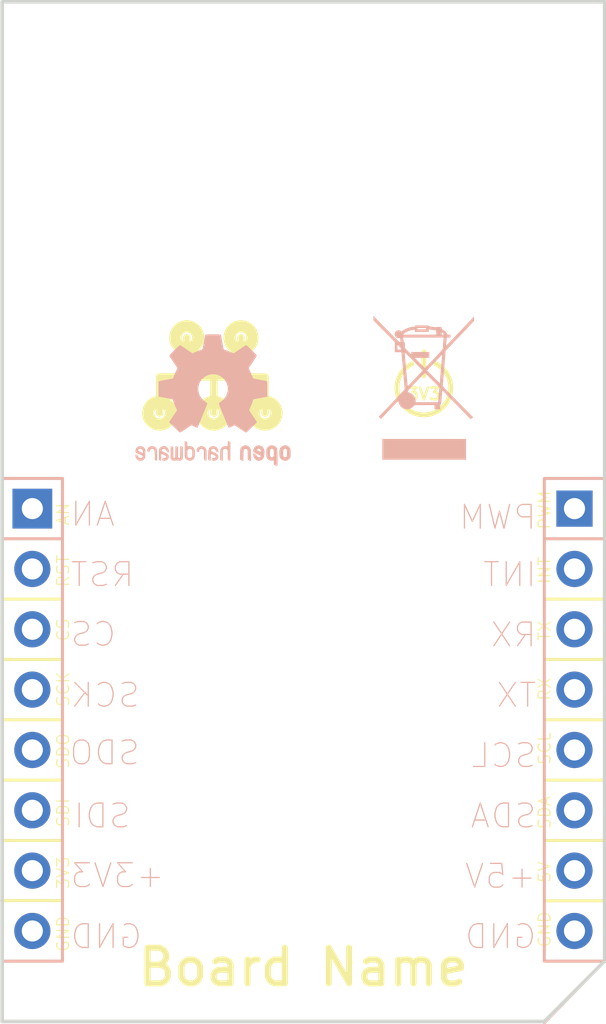
<source format=kicad_pcb>
(kicad_pcb (version 20240108) (generator "pcbnew") (generator_version "8.0")
  (layers (0 "F.Cu" signal) (31 "B.Cu" signal) (34 "B.Paste" user) (35 "F.Paste" user) (36 "B.SilkS" user "B.Silkscreen") (37 "F.SilkS" user "F.Silkscreen") (38 "B.Mask" user) (39 "F.Mask" user) (44 "Edge.Cuts" user))
  (net 0 "")
  (net 1 "Net-(CON101-PadP3)")
  (net 2 "Net-(CON101-PadP4)")
  (net 3 "Net-(CON101-PadP5)")
  (net 4 "Net-(CON101-PadP6)")
  (net 5 "+3V3")
  (net 6 "GND")
  (net 7 "+5V")
  (net 8 "Net-(CON101-PadP11)")
  (net 9 "Net-(CON101-PadP12)")
  (net 10 "Net-(CON101-PadP13)")
  (net 11 "Net-(CON101-PadP14)")
  (net 12 "Net-(CON101-PadP1)")
  (net 13 "Net-(CON101-PadP2)")
  (net 14 "Net-(CON101-PadP15)")
  (net 15 "Net-(CON101-PadP16)")
  (footprint "mikroBUS:MIKROBUS_MODULE_CONN" (layer "F.Cu") (at 147.066 98.552)
    (property "Reference" "CON101")
    (property "Value" "MIKROBUS_MODULE_CONN" (hide yes))
    (fp_line (start -1.27 -1.27) (end -1.27 1.27) (stroke (width 0.127)) (layer "B.SilkS"))
    (fp_line (start -1.27 1.27) (end -1.27 19.05) (stroke (width 0.127)) (layer "B.SilkS"))
    (fp_line (start -1.27 1.27) (end 1.27 1.27) (stroke (width 0.127)) (layer "B.SilkS"))
    (fp_line (start -1.27 19.05) (end 1.27 19.05) (stroke (width 0.127)) (layer "B.SilkS"))
    (fp_line (start 1.27 -1.27) (end -1.27 -1.27) (stroke (width 0.127)) (layer "B.SilkS"))
    (fp_line (start 1.27 1.27) (end 1.27 -1.27) (stroke (width 0.127)) (layer "B.SilkS"))
    (fp_line (start 1.27 19.05) (end 1.27 1.27) (stroke (width 0.127)) (layer "B.SilkS"))
    (fp_line (start 21.59 -1.27) (end 21.59 1.27) (stroke (width 0.127)) (layer "B.SilkS"))
    (fp_line (start 21.59 -1.27) (end 24.13 -1.27) (stroke (width 0.127)) (layer "B.SilkS"))
    (fp_line (start 21.59 1.27) (end 21.59 19.05) (stroke (width 0.127)) (layer "B.SilkS"))
    (fp_line (start 21.59 1.27) (end 24.13 1.27) (stroke (width 0.127)) (layer "B.SilkS"))
    (fp_line (start 21.59 19.05) (end 24.13 19.05) (stroke (width 0.127)) (layer "B.SilkS"))
    (fp_line (start 24.13 -1.27) (end 24.13 19.05) (stroke (width 0.127)) (layer "B.SilkS"))
    (fp_line (start 24.13 19.05) (end 21.59 21.64) (stroke (width 0.127)) (layer "B.SilkS"))
    (fp_line (start -1.3 16.5) (end 1.24 16.5) (stroke (width 0.127)) (layer "F.SilkS"))
    (fp_line (start -1.27 1.27) (end 1.27 1.27) (stroke (width 0.127)) (layer "F.SilkS"))
    (fp_line (start -1.27 3.81) (end 1.27 3.81) (stroke (width 0.127)) (layer "F.SilkS"))
    (fp_line (start -1.27 6.35) (end 1.27 6.35) (stroke (width 0.127)) (layer "F.SilkS"))
    (fp_line (start -1.27 8.89) (end 1.27 8.89) (stroke (width 0.127)) (layer "F.SilkS"))
    (fp_line (start -1.27 11.43) (end 1.27 11.43) (stroke (width 0.127)) (layer "F.SilkS"))
    (fp_line (start -1.27 13.97) (end 1.27 13.97) (stroke (width 0.127)) (layer "F.SilkS"))
    (fp_line (start 21.59 1.27) (end 24.13 1.27) (stroke (width 0.127)) (layer "F.SilkS"))
    (fp_line (start 21.59 3.81) (end 24.13 3.81) (stroke (width 0.127)) (layer "F.SilkS"))
    (fp_line (start 21.59 6.35) (end 24.13 6.35) (stroke (width 0.127)) (layer "F.SilkS"))
    (fp_line (start 21.59 8.89) (end 24.13 8.89) (stroke (width 0.127)) (layer "F.SilkS"))
    (fp_line (start 21.59 11.43) (end 24.13 11.43) (stroke (width 0.127)) (layer "F.SilkS"))
    (fp_line (start 21.59 13.97) (end 24.13 13.97) (stroke (width 0.127)) (layer "F.SilkS"))
    (fp_line (start 21.59 16.51) (end 24.13 16.51) (stroke (width 0.127)) (layer "F.SilkS"))
    (fp_text user "+3V3" (at 3.59581 15.4496 0) (layer "B.SilkS") (effects (font (thickness 0.05)) (justify mirror)))
    (fp_text user "RST" (at 2.952953 2.775 0) (layer "B.SilkS") (effects (font (thickness 0.05)) (justify mirror)))
    (fp_text user "+5V" (at 19.743847 15.475 0) (layer "B.SilkS") (effects (font (thickness 0.05)) (justify mirror)))
    (fp_text user "RX" (at 20.291466 5.315 0) (layer "B.SilkS") (effects (font (thickness 0.05)) (justify mirror)))
    (fp_text user "GND" (at 19.743847 18.015 0) (layer "B.SilkS") (effects (font (thickness 0.05)) (justify mirror)))
    (fp_text user "PWM" (at 19.6248 0.362 0) (layer "B.SilkS") (effects (font (thickness 0.05)) (justify mirror)))
    (fp_text user "SCL" (at 19.886704 10.395 0) (layer "B.SilkS") (effects (font (thickness 0.05)) (justify mirror)))
    (fp_text user "SDA" (at 19.862895 12.935 0) (layer "B.SilkS") (effects (font (thickness 0.05)) (justify mirror)))
    (fp_text user "SCK" (at 3.072 7.855 0) (layer "B.SilkS") (effects (font (thickness 0.05)) (justify mirror)))
    (fp_text user "TX" (at 20.410514 7.855 0) (layer "B.SilkS") (effects (font (thickness 0.05)) (justify mirror)))
    (fp_text user "SDI" (at 2.95 12.935 0) (layer "B.SilkS") (effects (font (thickness 0.05)) (justify mirror)))
    (fp_text user "INT" (at 20.1248 2.775 0) (layer "B.SilkS") (effects (font (thickness 0.05)) (justify mirror)))
    (fp_text user "CS" (at 2.572 5.2896 0) (layer "B.SilkS") (effects (font (thickness 0.05)) (justify mirror)))
    (fp_text user "GND" (at 3.119619 18.015 0) (layer "B.SilkS") (effects (font (thickness 0.05)) (justify mirror)))
    (fp_text user "SDO" (at 3.05 10.28 0) (layer "B.SilkS") (effects (font (thickness 0.05)) (justify mirror)))
    (fp_text user "AN" (at 2.548191 0.235 0) (layer "B.SilkS") (effects (font (thickness 0.05)) (justify mirror)))
    (fp_text user "SDA" (at 21.597534 12.8 90) (layer "F.SilkS") (effects (font (size 0.5 0.5) (thickness 0.05))))
    (fp_text user "5V" (at 21.597534 15.3 90) (layer "F.SilkS") (effects (font (size 0.5 0.5) (thickness 0.05))))
    (fp_text user "SCL" (at 21.597534 10.1 90) (layer "F.SilkS") (effects (font (size 0.5 0.5) (thickness 0.05))))
    (fp_text user "INT" (at 21.597534 2.6 90) (layer "F.SilkS") (effects (font (size 0.5 0.5) (thickness 0.05))))
    (fp_text user "3V3" (at 1.3 15.328737 90) (layer "F.SilkS") (effects (font (size 0.5 0.5) (thickness 0.05))))
    (fp_text user "GND" (at 1.3 17.9 90) (layer "F.SilkS") (effects (font (size 0.5 0.5) (thickness 0.05))))
    (fp_text user "PWM" (at 21.597534 0.062 90) (layer "F.SilkS") (effects (font (size 0.5 0.5) (thickness 0.05))))
    (fp_text user "TX" (at 21.597534 5.141427 90) (layer "F.SilkS") (effects (font (size 0.5 0.5) (thickness 0.05))))
    (fp_text user "SDI" (at 1.3 12.797241 90) (layer "F.SilkS") (effects (font (size 0.5 0.5) (thickness 0.05))))
    (fp_text user "SDO" (at 1.3 10.206221 90) (layer "F.SilkS") (effects (font (size 0.5 0.5) (thickness 0.05))))
    (fp_text user "SCK" (at 1.3 7.6 90) (layer "F.SilkS") (effects (font (size 0.5 0.5) (thickness 0.05))))
    (fp_text user "AN" (at 1.3 0.235 90) (layer "F.SilkS") (effects (font (size 0.5 0.5) (thickness 0.05))))
    (fp_text user "RST" (at 1.3 2.623639 90) (layer "F.SilkS") (effects (font (size 0.5 0.5) (thickness 0.05))))
    (fp_text user "CS" (at 1.3 5.1 90) (layer "F.SilkS") (effects (font (size 0.5 0.5) (thickness 0.05))))
    (fp_text user "RX" (at 21.597534 7.6 90) (layer "F.SilkS") (effects (font (size 0.5 0.5) (thickness 0.05))))
    (fp_text user "GND" (at 21.597534 17.715 90) (layer "F.SilkS") (effects (font (size 0.5 0.5) (thickness 0.05))))
    (pad "P1" thru_hole rect (at 0 0) (size 1.6764 1.6764) (drill 0.889) (layers "*.Cu" "*.Mask") (net 12 "Net-(CON101-PadP1)"))
    (pad "P2" thru_hole circle (at 0 2.54) (size 1.524 1.524) (drill 0.889) (layers "*.Cu" "*.Mask") (net 13 "Net-(CON101-PadP2)"))
    (pad "P3" thru_hole circle (at 0 5.08) (size 1.524 1.524) (drill 0.889) (layers "*.Cu" "*.Mask") (net 1 "Net-(CON101-PadP3)"))
    (pad "P4" thru_hole circle (at 0 7.62) (size 1.524 1.524) (drill 0.889) (layers "*.Cu" "*.Mask") (net 2 "Net-(CON101-PadP4)"))
    (pad "P5" thru_hole circle (at 0 10.16) (size 1.524 1.524) (drill 0.889) (layers "*.Cu" "*.Mask") (net 3 "Net-(CON101-PadP5)"))
    (pad "P6" thru_hole circle (at 0 12.7) (size 1.524 1.524) (drill 0.889) (layers "*.Cu" "*.Mask") (net 4 "Net-(CON101-PadP6)"))
    (pad "P7" thru_hole circle (at 0 15.24) (size 1.524 1.524) (drill 0.889) (layers "*.Cu" "*.Mask") (net 5 "+3V3"))
    (pad "P8" thru_hole circle (at 0 17.78) (size 1.524 1.524) (drill 0.889) (layers "*.Cu" "*.Mask") (net 6 "GND"))
    (pad "P9" thru_hole circle (at 22.86 17.78) (size 1.524 1.524) (drill 0.889) (layers "*.Cu" "*.Mask") (net 6 "GND"))
    (pad "P10" thru_hole circle (at 22.86 15.24) (size 1.524 1.524) (drill 0.889) (layers "*.Cu" "*.Mask") (net 7 "+5V"))
    (pad "P11" thru_hole circle (at 22.86 12.7) (size 1.524 1.524) (drill 0.889) (layers "*.Cu" "*.Mask") (net 8 "Net-(CON101-PadP11)"))
    (pad "P12" thru_hole circle (at 22.86 10.16) (size 1.524 1.524) (drill 0.889) (layers "*.Cu" "*.Mask") (net 9 "Net-(CON101-PadP12)"))
    (pad "P13" thru_hole circle (at 22.86 7.62) (size 1.524 1.524) (drill 0.889) (layers "*.Cu" "*.Mask") (net 10 "Net-(CON101-PadP13)"))
    (pad "P14" thru_hole circle (at 22.86 5.08) (size 1.524 1.524) (drill 0.889) (layers "*.Cu" "*.Mask") (net 11 "Net-(CON101-PadP14)"))
    (pad "P15" thru_hole circle (at 22.86 2.54) (size 1.524 1.524) (drill 0.889) (layers "*.Cu" "*.Mask") (net 14 "Net-(CON101-PadP15)"))
    (pad "P16" thru_hole rect (at 22.86 0) (size 1.524 1.524) (drill 0.889) (layers "*.Cu" "*.Mask") (net 15 "Net-(CON101-PadP16)"))
  )
  (footprint "mikroBUS:MIKROBUS_LOGO" (layer "F.Cu") (at 154.686 94.488)
    (property "Reference" "*" (hide yes))
    (property "Value" "MIKROCLICK_LOGO" (hide yes))
    (fp_line (start -2.251 -1.4798) (end -2.251 0.0442) (stroke (width 0.3048)) (layer "F.SilkS"))
    (fp_line (start -1.108 -1.4798) (end -2.251 -1.4798) (stroke (width 0.3048)) (layer "F.SilkS"))
    (fp_line (start -1.108 -1.4798) (end -1.108 -3.1308) (stroke (width 0.3048)) (layer "F.SilkS"))
    (fp_line (start 0.035 -1.4798) (end -1.108 -1.4798) (stroke (width 0.3048)) (layer "F.SilkS"))
    (fp_line (start 0.035 -1.4798) (end 0.035 0.0442) (stroke (width 0.3048)) (layer "F.SilkS"))
    (fp_line (start 1.178 -1.4798) (end 0.035 -1.4798) (stroke (width 0.3048)) (layer "F.SilkS"))
    (fp_line (start 1.178 -1.4798) (end 1.178 -3.1308) (stroke (width 0.3048)) (layer "F.SilkS"))
    (fp_line (start 2.194 -1.4798) (end 1.178 -1.4798) (stroke (width 0.3048)) (layer "F.SilkS"))
    (fp_line (start 2.194 -1.4798) (end 2.194 0.0442) (stroke (width 0.3048)) (layer "F.SilkS"))
    (fp_circle (center -2.251 0.0442) (end -2.0224 0.0442) (stroke (width 0.508)) (fill none) (layer "F.SilkS"))
    (fp_circle (center -1.108 -3.1308) (end -0.8794 -3.1308) (stroke (width 0.508)) (fill none) (layer "F.SilkS"))
    (fp_circle (center 0.035 0.0442) (end 0.2636 0.0442) (stroke (width 0.508)) (fill none) (layer "F.SilkS"))
    (fp_circle (center 1.178 -3.1308) (end 1.4066 -3.1308) (stroke (width 0.508)) (fill none) (layer "F.SilkS"))
    (fp_circle (center 2.194 0.0442) (end 2.4226 0.0442) (stroke (width 0.508)) (fill none) (layer "F.SilkS"))
  )
  (footprint "Symbols:WEEE-Logo_4.2x6mm_SilkScreen" (layer "B.Cu") (at 163.576 93.472 180)
    (property "Reference" "REF***" (hide yes))
    (property "Value" "WEEE-Logo_4.2x6mm_SilkScreen" (hide yes))
    (fp_poly (pts (xy 1.747822 -3.017822) (xy -1.772971 -3.017822) (xy -1.772971 -2.150198) (xy 1.747822 -2.150198) (xy 1.747822 -3.017822)) (stroke (width 0.01)) (fill solid) (layer "B.SilkS"))
    (fp_poly (pts (xy 2.12443 2.935152) (xy 2.123811 2.848069) (xy 1.672086 2.389109) (xy 1.220361 1.930148) (xy 1.220032 1.719529) (xy 1.219703 1.508911) (xy 0.94461 1.508911) (xy 0.937522 1.45547) (xy 0.934838 1.431112) (xy 0.930313 1.385241) (xy 0.924191 1.320595) (xy 0.916712 1.239909) (xy 0.908119 1.145919) (xy 0.898654 1.041363) (xy 0.888558 0.928975) (xy 0.878074 0.811493) (xy 0.867444 0.691652) (xy 0.856909 0.572189) (xy 0.846713 0.455841) (xy 0.837095 0.345343) (xy 0.8283 0.243431) (xy 0.820568 0.152842) (xy 0.814142 0.076313) (xy 0.809263 0.016579) (xy 0.806175 -0.023624) (xy 0.805117 -0.041559) (xy 0.805118 -0.041644) (xy 0.812827 -0.056035) (xy 0.835981 -0.085748) (xy 0.874895 -0.131131) (xy 0.929884 -0.192529) (xy 1.001264 -0.270288) (xy 1.089349 -0.364754) (xy 1.194454 -0.476272) (xy 1.316895 -0.605188) (xy 1.35131 -0.641287) (xy 1.897137 -1.213416) (xy 1.808881 -1.301436) (xy 1.737485 -1.223758) (xy 1.711366 -1.195686) (xy 1.670566 -1.152274) (xy 1.617777 -1.096366) (xy 1.555691 -1.030808) (xy 1.487 -0.958441) (xy 1.414396 -0.882112) (xy 1.37096 -0.836524) (xy 1.289416 -0.751119) (xy 1.223504 -0.68271) (xy 1.171544 -0.630053) (xy 1.131855 -0.591905) (xy 1.102757 -0.56702) (xy 1.082569 -0.554156) (xy 1.06961 -0.552068) (xy 1.0622 -0.559513) (xy 1.058658 -0.575246) (xy 1.057303 -0.598023) (xy 1.057121 -0.604239) (xy 1.047703 -0.647061) (xy 1.024497 -0.698819) (xy 0.992136 -0.751328) (xy 0.955252 -0.796403) (xy 0.940493 -0.810328) (xy 0.864767 -0.859047) (xy 0.776308 -0.886306) (xy 0.6981 -0.892773) (xy 0.609468 -0.880576) (xy 0.527612 -0.844813) (xy 0.455164 -0.786722) (xy 0.441797 -0.772262) (xy 0.392918 -0.716733) (xy -0.452674 -0.716733) (xy -0.452674 -0.892773) (xy -0.67901 -0.892773) (xy -0.67901 -0.810531) (xy -0.68185 -0.754386) (xy -0.691393 -0.715416) (xy -0.702991 -0.694219) (xy -0.711277 -0.679052) (xy -0.718373 -0.657062) (xy -0.724748 -0.624987) (xy -0.730872 -0.579569) (xy -0.737216 -0.517548) (xy -0.74425 -0.435662) (xy -0.749066 -0.374746) (xy -0.771161 -0.089343) (xy -1.313565 -0.638805) (xy -1.411637 -0.738228) (xy -1.505784 -0.833815) (xy -1.594285 -0.92381) (xy -1.67542 -1.006457) (xy -1.747469 -1.080001) (xy -1.808712 -1.142684) (xy -1.857427 -1.192752) (xy -1.891896 -1.228448) (xy -1.910379 -1.247995) (xy -1.940743 -1.278944) (xy -1.966071 -1.30053) (xy -1.979695 -1.307723) (xy -1.997095 -1.299297) (xy -2.02246 -1.278245) (xy -2.031058 -1.269671) (xy -2.067514 -1.23162) (xy -1.866802 -1.027658) (xy -1.815596 -0.975699) (xy -1.749569 -0.90882) (xy -1.671618 -0.82995) (xy -1.584638 -0.742014) (xy -1.491526 -0.647941) (xy -1.395179 -0.550658) (xy -1.298492 -0.453093) (xy -1.229134 -0.383145) (xy -1.123703 -0.27655) (xy -1.035129 -0.186307) (xy -0.962281 -0.111192) (xy -0.904023 -0.049986) (xy -0.859225 -0.001466) (xy -0.837021 0.023871) (xy -0.658724 0.023871) (xy -0.636401 -0.261555) (xy -0.629669 -0.345219) (xy -0.623157 -0.421727) (xy -0.617234 -0.487081) (xy -0.612268 -0.537281) (xy -0.608629 -0.568329) (xy -0.607458 -0.575273) (xy -0.600838 -0.603565) (xy 0.348636 -0.603565) (xy 0.354974 -0.524606) (xy 0.37411 -0.431315) (xy 0.414154 -0.348791) (xy 0.472582 -0.280038) (xy 0.546871 -0.228063) (xy 0.630252 -0.196863) (xy 0.657302 -0.182228) (xy 0.670844 -0.150819) (xy 0.671128 -0.149434) (xy 0.672753 -0.136174) (xy 0.670744 -0.122595) (xy 0.663142 -0.106181) (xy 0.647984 -0.084411) (xy 0.623312 -0.054767) (xy 0.587164 -0.014732) (xy 0.53758 0.038215) (xy 0.472599 0.106591) (xy 0.468401 0.110995) (xy 0.398507 0.184389) (xy 0.3242 0.262563) (xy 0.250586 0.340136) (xy 0.182771 0.411725) (xy 0.12586 0.471949) (xy 0.113168 0.485413) (xy 0.064513 0.53618) (xy 0.021291 0.579625) (xy -0.013395 0.612759) (xy -0.036444 0.632595) (xy -0.044182 0.636954) (xy -0.055722 0.62783) (xy -0.08271 0.6028) (xy -0.123021 0.563948) (xy -0.174529 0.513357) (xy -0.235109 0.453112) (xy -0.302636 0.385296) (xy -0.357826 0.329435) (xy -0.658724 0.023871) (xy -0.837021 0.023871) (xy -0.826751 0.035589) (xy -0.805471 0.062401) (xy -0.794251 0.080192) (xy -0.791754 0.08843) (xy -0.7927 0.10641) (xy -0.795573 0.147108) (xy -0.800187 0.208181) (xy -0.806358 0.287287) (xy -0.813898 0.382086) (xy -0.822621 0.490233) (xy -0.832343 0.609388) (xy -0.842876 0.737209) (xy -0.851365 0.839365) (xy -0.899396 1.415326) (xy -0.775805 1.415326) (xy -0.775273 1.402896) (xy -0.772769 1.36789) (xy -0.768496 1.312785) (xy -0.762653 1.240057) (xy -0.755443 1.152186) (xy -0.747066 1.051649) (xy -0.737723 0.940923) (xy -0.728758 0.835795) (xy -0.718602 0.716517) (xy -0.709142 0.60392) (xy -0.700596 0.500695) (xy -0.693179 0.409527) (xy -0.687108 0.333105) (xy -0.682601 0.274117) (xy -0.679873 0.235251) (xy -0.679116 0.220156) (xy -0.677935 0.210762) (xy -0.673256 0.207034) (xy -0.663276 0.210529) (xy -0.64619 0.222801) (xy -0.620196 0.245406) (xy -0.58349 0.2799) (xy -0.534267 0.327838) (xy -0.470726 0.390776) (xy -0.403305 0.458032) (xy -0.127601 0.733523) (xy -0.129533 0.735594) (xy 0.05271 0.735594) (xy 0.061016 0.72422) (xy 0.084267 0.697437) (xy 0.120135 0.657708) (xy 0.166287 0.607493) (xy 0.220394 0.549254) (xy 0.280126 0.485453) (xy 0.343152 0.418551) (xy 0.407142 0.35101) (xy 0.469764 0.28529) (xy 0.52869 0.223854) (xy 0.581588 0.169163) (xy 0.626128 0.123678) (xy 0.65998 0.089862) (xy 0.680812 0.070174) (xy 0.686494 0.066163) (xy 0.688366 0.079109) (xy 0.692254 0.114866) (xy 0.697943 0.171196) (xy 0.705219 0.24586) (xy 0.713869 0.33662) (xy 0.723678 0.441238) (xy 0.734434 0.557474) (xy 0.745921 0.683092) (xy 0.755093 0.784382) (xy 0.766826 0.915721) (xy 0.777665 1.039448) (xy 0.78743 1.153319) (xy 0.795937 1.255089) (xy 0.803005 1.342513) (xy 0.808451 1.413347) (xy 0.812092 1.465347) (xy 0.813747 1.496268) (xy 0.813558 1.504297) (xy 0.803666 1.497146) (xy 0.778476 1.474159) (xy 0.74019 1.437561) (xy 0.691011 1.389578) (xy 0.633139 1.332434) (xy 0.568778 1.268353) (xy 0.500129 1.199562) (xy 0.429395 1.128284) (xy 0.358778 1.056745) (xy 0.29048 0.98717) (xy 0.226704 0.921783) (xy 0.16965 0.862809) (xy 0.121522 0.812473) (xy 0.084522 0.773001) (xy 0.060852 0.746617) (xy 0.05271 0.735594) (xy -0.129533 0.735594) (xy -0.230409 0.843705) (xy -0.282768 0.899623) (xy -0.341535 0.962052) (xy -0.404385 1.028557) (xy -0.468995 1.096702) (xy -0.533042 1.164052) (xy -0.594203 1.228172) (xy -0.650153 1.286628) (xy -0.69857 1.336982) (xy -0.73713 1.376802) (xy -0.763509 1.40365) (xy -0.775384 1.415092) (xy -0.775805 1.415326) (xy -0.899396 1.415326) (xy -0.911401 1.559274) (xy -1.511938 2.190842) (xy -2.112475 2.822411) (xy -2.112034 2.910685) (xy -2.111592 2.99896) (xy -2.014583 2.895334) (xy -1.960291 2.837537) (xy -1.896192 2.769632) (xy -1.824016 2.693428) (xy -1.745492 2.610731) (xy -1.662349 2.523347) (xy -1.576319 2.433085) (xy -1.48913 2.34175) (xy -1.402513 2.251151) (xy -1.318197 2.163093) (xy -1.237912 2.079385) (xy -1.163387 2.001833) (xy -1.096354 1.932243) (xy -1.038541 1.872424) (xy -0.991679 1.824182) (xy -0.957496 1.789324) (xy -0.937724 1.769657) (xy -0.93339 1.765884) (xy -0.933092 1.779008) (xy -0.934731 1.812611) (xy -0.938023 1.86212) (xy -0.942682 1.922963) (xy -0.944682 1.947268) (xy -0.959577 2.125049) (xy -0.842955 2.125049) (xy -0.836934 2.096757) (xy -0.833863 2.074382) (xy -0.829548 2.032283) (xy -0.824488 1.975822) (xy -0.819181 1.910365) (xy -0.817344 1.886138) (xy -0.811927 1.816579) (xy -0.806459 1.751982) (xy -0.801488 1.698452) (xy -0.797561 1.66209) (xy -0.796675 1.655491) (xy -0.793334 1.641944) (xy -0.786101 1.626086) (xy -0.77344 1.606139) (xy -0.753811 1.580327) (xy -0.725678 1.546871) (xy -0.687502 1.503993) (xy -0.637746 1.449917) (xy -0.574871 1.382864) (xy -0.497341 1.301057) (xy -0.418251 1.21805) (xy -0.339564 1.135906) (xy -0.266112 1.059831) (xy -0.199724 0.991675) (xy -0.142227 0.933288) (xy -0.095451 0.886519) (xy -0.061224 0.853218) (xy -0.041373 0.835233) (xy -0.03714 0.832558) (xy -0.026003 0.842259) (xy 0.000029 0.867559) (xy 0.03843 0.905918) (xy 0.086672 0.9548) (xy 0.14223 1.011666) (xy 0.182408 1.053094) (xy 0.392169 1.27) (xy -0.226337 1.27) (xy -0.226337 1.508911) (xy 0.528119 1.508911) (xy 0.528119 1.402458) (xy 0.666435 1.540346) (xy 0.764553 1.63816) (xy 0.955643 1.63816) (xy 0.957471 1.62273) (xy 0.966723 1.614133) (xy 0.98905 1.610387) (xy 1.030105 1.609511) (xy 1.037376 1.609505) (xy 1.119109 1.609505) (xy 1.119109 1.828828) (xy 1.037376 1.747821) (xy 0.99127 1.698572) (xy 0.963694 1.660841) (xy 0.955643 1.63816) (xy 0.764553 1.63816) (xy 0.804752 1.678234) (xy 0.804752 1.801048) (xy 0.805137 1.85755) (xy 0.8069 1.893495) (xy 0.81095 1.91347) (xy 0.818199 1.922063) (xy 0.82913 1.923861) (xy 0.841288 1.926502) (xy 0.850273 1.937088) (xy 0.857174 1.959619) (xy 0.863076 1.998091) (xy 0.869065 2.056502) (xy 0.870987 2.077896) (xy 0.875148 2.125049) (xy -0.842955 2.125049) (xy -0.959577 2.125049) (xy -1.119109 2.125049) (xy -1.119109 2.238218) (xy -1.051314 2.238218) (xy -1.011662 2.239304) (xy -0.990116 2.244546) (xy -0.98748 2.247666) (xy -0.848616 2.247666) (xy -0.841308 2.240538) (xy -0.815993 2.238338) (xy -0.798908 2.238218) (xy -0.741881 2.238218) (xy -0.529221 2.238218) (xy 0.885302 2.238218) (xy 0.837458 2.287214) (xy 0.76315 2.347676) (xy 0.671184 2.394309) (xy 0.560002 2.427751) (xy 0.449529 2.446247) (xy 0.377227 2.454878) (xy 0.377227 2.36396) (xy -0.201188 2.36396) (xy -0.201188 2.467107) (xy -0.286065 2.458504) (xy -0.345368 2.451244) (xy -0.408551 2.441621) (xy -0.446386 2.434748) (xy -0.521832 2.419593) (xy -0.525526 2.328905) (xy -0.529221 2.238218) (xy -0.741881 2.238218) (xy -0.741881 2.288515) (xy -0.743544 2.320024) (xy -0.747697 2.337537) (xy -0.749371 2.338812) (xy -0.767987 2.330746) (xy -0.795183 2.31118) (xy -0.822448 2.287056) (xy -0.841267 2.265318) (xy -0.842943 2.262492) (xy -0.848616 2.247666) (xy -0.98748 2.247666) (xy -0.979662 2.256919) (xy -0.975442 2.270396) (xy -0.958219 2.305373) (xy -0.925138 2.347421) (xy -0.881893 2.390644) (xy -0.834174 2.429146) (xy -0.80283 2.449199) (xy -0.767123 2.471149) (xy -0.748819 2.489589) (xy -0.742388 2.511332) (xy -0.741894 2.524282) (xy -0.741894 2.527425) (xy -0.100594 2.527425) (xy -0.100594 2.464554) (xy 0.276633 2.464554) (xy 0.276633 2.527425) (xy -0.100594 2.527425) (xy -0.741894 2.527425) (xy -0.741881 2.565148) (xy -0.636048 2.565148) (xy -0.587355 2.563971) (xy -0.549405 2.560835) (xy -0.528308 2.556329) (xy -0.526023 2.554505) (xy -0.512641 2.551705) (xy -0.480074 2.552852) (xy -0.433916 2.557607) (xy -0.402376 2.561997) (xy -0.345188 2.570622) (xy -0.292886 2.578409) (xy -0.253582 2.584153) (xy -0.242055 2.585785) (xy -0.211937 2.595112) (xy -0.201188 2.609728) (xy -0.19792 2.61568) (xy -0.18623 2.620222) (xy -0.163288 2.62353) (xy -0.126265 2.625785) (xy -0.072332 2.627166) (xy 0.00134 2.62785) (xy 0.08802 2.62802) (xy 0.180529 2.627923) (xy 0.250906 2.62747) (xy 0.302164 2.62641) (xy 0.33732 2.624497) (xy 0.359389 2.621481) (xy 0.371385 2.617115) (xy 0.376324 2.611151) (xy 0.377227 2.604216) (xy 0.384921 2.582205) (xy 0.410121 2.569679) (xy 0.456009 2.565212) (xy 0.464264 2.565148) (xy 0.541973 2.557132) (xy 0.630233 2.535064) (xy 0.721085 2.501916) (xy 0.80657 2.460661) (xy 0.878726 2.414269) (xy 0.888072 2.406918) (xy 0.918533 2.383002) (xy 0.936572 2.373424) (xy 0.949169 2.37652) (xy 0.9621 2.389296) (xy 1.000293 2.414322) (xy 1.049998 2.423929) (xy 1.103524 2.418933) (xy 1.153178 2.400149) (xy 1.191267 2.368394) (xy 1.194025 2.364703) (xy 1.222526 2.305425) (xy 1.227828 2.244066) (xy 1.210518 2.185573) (xy 1.17118 2.134896) (xy 1.16637 2.130711) (xy 1.13844 2.110833) (xy 1.110102 2.102079) (xy 1.070263 2.101447) (xy 1.060311 2.102008) (xy 1.021332 2.103438) (xy 1.001254 2.100161) (xy 0.993985 2.090272) (xy 0.99324 2.081039) (xy 0.991716 2.054256) (xy 0.987935 2.013975) (xy 0.985218 1.989876) (xy 0.981277 1.951599) (xy 0.982916 1.932004) (xy 0.992421 1.924842) (xy 1.009351 1.923861) (xy 1.019392 1.927099) (xy 1.03559 1.93758) (xy 1.059145 1.956452) (xy 1.091257 1.984865) (xy 1.133128 2.023965) (xy 1.185957 2.074903) (xy 1.250945 2.138827) (xy 1.329291 2.216886) (xy 1.422197 2.310228) (xy 1.530863 2.420002) (xy 1.583231 2.473048) (xy 2.125049 3.022233) (xy 2.12443 2.935152)) (stroke (width 0.01)) (fill solid) (layer "B.SilkS"))
  )
  (footprint "Symbols:OSHW-Logo2_7.3x6mm_SilkScreen" (layer "B.Cu") (at 154.686 93.98 180)
    (property "Reference" "REF***" (hide yes))
    (property "Value" "OSHW-Logo2_7.3x6mm_SilkScreen" (hide yes))
    (fp_poly (pts (xy 2.6526 -1.958752) (xy 2.669948 -1.966334) (xy 2.711356 -1.999128) (xy 2.746765 -2.046547) (xy 2.768664 -2.097151) (xy 2.772229 -2.122098) (xy 2.760279 -2.156927) (xy 2.734067 -2.175357) (xy 2.705964 -2.186516) (xy 2.693095 -2.188572) (xy 2.686829 -2.173649) (xy 2.674456 -2.141175) (xy 2.669028 -2.126502) (xy 2.63859 -2.075744) (xy 2.59452 -2.050427) (xy 2.53801 -2.051206) (xy 2.533825 -2.052203) (xy 2.503655 -2.066507) (xy 2.481476 -2.094393) (xy 2.466327 -2.139287) (xy 2.45725 -2.204615) (xy 2.453286 -2.293804) (xy 2.452914 -2.341261) (xy 2.45273 -2.416071) (xy 2.451522 -2.467069) (xy 2.448309 -2.499471) (xy 2.442109 -2.518495) (xy 2.43194 -2.529356) (xy 2.416819 -2.537272) (xy 2.415946 -2.53767) (xy 2.386828 -2.549981) (xy 2.372403 -2.554514) (xy 2.370186 -2.540809) (xy 2.368289 -2.502925) (xy 2.366847 -2.445715) (xy 2.365998 -2.374027) (xy 2.365829 -2.321565) (xy 2.366692 -2.220047) (xy 2.37007 -2.143032) (xy 2.377142 -2.086023) (xy 2.389088 -2.044526) (xy 2.40709 -2.014043) (xy 2.432327 -1.99008) (xy 2.457247 -1.973355) (xy 2.517171 -1.951097) (xy 2.586911 -1.946076) (xy 2.6526 -1.958752)) (stroke (width 0.01)) (fill solid) (layer "B.SilkS"))
    (fp_poly (pts (xy -1.283907 -1.92778) (xy -1.237328 -1.954723) (xy -1.204943 -1.981466) (xy -1.181258 -2.009484) (xy -1.164941 -2.043748) (xy -1.154661 -2.089227) (xy -1.149086 -2.150892) (xy -1.146884 -2.233711) (xy -1.146629 -2.293246) (xy -1.146629 -2.512391) (xy -1.208314 -2.540044) (xy -1.27 -2.567697) (xy -1.277257 -2.32767) (xy -1.280256 -2.238028) (xy -1.283402 -2.172962) (xy -1.287299 -2.128026) (xy -1.292553 -2.09877) (xy -1.299769 -2.080748) (xy -1.30955 -2.069511) (xy -1.312688 -2.067079) (xy -1.360239 -2.048083) (xy -1.408303 -2.0556) (xy -1.436914 -2.075543) (xy -1.448553 -2.089675) (xy -1.456609 -2.10822) (xy -1.461729 -2.136334) (xy -1.464559 -2.179173) (xy -1.465744 -2.241895) (xy -1.465943 -2.307261) (xy -1.465982 -2.389268) (xy -1.467386 -2.447316) (xy -1.472086 -2.486465) (xy -1.482013 -2.51178) (xy -1.499097 -2.528323) (xy -1.525268 -2.541156) (xy -1.560225 -2.554491) (xy -1.598404 -2.569007) (xy -1.593859 -2.311389) (xy -1.592029 -2.218519) (xy -1.589888 -2.149889) (xy -1.586819 -2.100711) (xy -1.582206 -2.066198) (xy -1.575432 -2.041562) (xy -1.565881 -2.022016) (xy -1.554366 -2.00477) (xy -1.49881 -1.94968) (xy -1.43102 -1.917822) (xy -1.357287 -1.910191) (xy -1.283907 -1.92778)) (stroke (width 0.01)) (fill solid) (layer "B.SilkS"))
    (fp_poly (pts (xy 0.529926 -1.949755) (xy 0.595858 -1.974084) (xy 0.649273 -2.017117) (xy 0.670164 -2.047409) (xy 0.692939 -2.102994) (xy 0.692466 -2.143186) (xy 0.668562 -2.170217) (xy 0.659717 -2.174813) (xy 0.62153 -2.189144) (xy 0.602028 -2.185472) (xy 0.595422 -2.161407) (xy 0.595086 -2.148114) (xy 0.582992 -2.09921) (xy 0.551471 -2.064999) (xy 0.507659 -2.048476) (xy 0.458695 -2.052634) (xy 0.418894 -2.074227) (xy 0.40545 -2.086544) (xy 0.395921 -2.101487) (xy 0.389485 -2.124075) (xy 0.385317 -2.159328) (xy 0.382597 -2.212266) (xy 0.380502 -2.287907) (xy 0.37996 -2.311857) (xy 0.377981 -2.39379) (xy 0.375731 -2.451455) (xy 0.372357 -2.489608) (xy 0.367006 -2.513004) (xy 0.358824 -2.526398) (xy 0.346959 -2.534545) (xy 0.339362 -2.538144) (xy 0.307102 -2.550452) (xy 0.288111 -2.554514) (xy 0.281836 -2.540948) (xy 0.278006 -2.499934) (xy 0.2766 -2.430999) (xy 0.277598 -2.333669) (xy 0.277908 -2.318657) (xy 0.280101 -2.229859) (xy 0.282693 -2.165019) (xy 0.286382 -2.119067) (xy 0.291864 -2.086935) (xy 0.299835 -2.063553) (xy 0.310993 -2.043852) (xy 0.31683 -2.03541) (xy 0.350296 -1.998057) (xy 0.387727 -1.969003) (xy 0.392309 -1.966467) (xy 0.459426 -1.946443) (xy 0.529926 -1.949755)) (stroke (width 0.01)) (fill solid) (layer "B.SilkS"))
    (fp_poly (pts (xy 1.779833 -1.958663) (xy 1.782048 -1.99685) (xy 1.783784 -2.054886) (xy 1.784899 -2.12818) (xy 1.785257 -2.205055) (xy 1.785257 -2.465196) (xy 1.739326 -2.511127) (xy 1.707675 -2.539429) (xy 1.67989 -2.550893) (xy 1.641915 -2.550168) (xy 1.62684 -2.548321) (xy 1.579726 -2.542948) (xy 1.540756 -2.539869) (xy 1.531257 -2.539585) (xy 1.499233 -2.541445) (xy 1.453432 -2.546114) (xy 1.435674 -2.548321) (xy 1.392057 -2.551735) (xy 1.362745 -2.54432) (xy 1.33368 -2.521427) (xy 1.323188 -2.511127) (xy 1.277257 -2.465196) (xy 1.277257 -1.978602) (xy 1.314226 -1.961758) (xy 1.346059 -1.949282) (xy 1.364683 -1.944914) (xy 1.369458 -1.958718) (xy 1.373921 -1.997286) (xy 1.377775 -2.056356) (xy 1.380722 -2.131663) (xy 1.382143 -2.195286) (xy 1.386114 -2.445657) (xy 1.420759 -2.450556) (xy 1.452268 -2.447131) (xy 1.467708 -2.436041) (xy 1.472023 -2.415308) (xy 1.475708 -2.371145) (xy 1.478469 -2.309146) (xy 1.480012 -2.234909) (xy 1.480235 -2.196706) (xy 1.480457 -1.976783) (xy 1.526166 -1.960849) (xy 1.558518 -1.950015) (xy 1.576115 -1.944962) (xy 1.576623 -1.944914) (xy 1.578388 -1.958648) (xy 1.580329 -1.99673) (xy 1.582282 -2.054482) (xy 1.584084 -2.127227) (xy 1.585343 -2.195286) (xy 1.589314 -2.445657) (xy 1.6764 -2.445657) (xy 1.680396 -2.21724) (xy 1.684392 -1.988822) (xy 1.726847 -1.966868) (xy 1.758192 -1.951793) (xy 1.776744 -1.944951) (xy 1.777279 -1.944914) (xy 1.779833 -1.958663)) (stroke (width 0.01)) (fill solid) (layer "B.SilkS"))
    (fp_poly (pts (xy -0.624114 -1.851289) (xy -0.619861 -1.910613) (xy -0.614975 -1.945572) (xy -0.608205 -1.96082) (xy -0.598298 -1.961015) (xy -0.595086 -1.959195) (xy -0.552356 -1.946015) (xy -0.496773 -1.946785) (xy -0.440263 -1.960333) (xy -0.404918 -1.977861) (xy -0.368679 -2.005861) (xy -0.342187 -2.037549) (xy -0.324001 -2.077813) (xy -0.312678 -2.131543) (xy -0.306778 -2.203626) (xy -0.304857 -2.298951) (xy -0.304823 -2.317237) (xy -0.3048 -2.522646) (xy -0.350509 -2.53858) (xy -0.382973 -2.54942) (xy -0.400785 -2.554468) (xy -0.401309 -2.554514) (xy -0.403063 -2.540828) (xy -0.404556 -2.503076) (xy -0.405674 -2.446224) (xy -0.406303 -2.375234) (xy -0.4064 -2.332073) (xy -0.406602 -2.246973) (xy -0.407642 -2.185981) (xy -0.410169 -2.144177) (xy -0.414836 -2.116642) (xy -0.422293 -2.098456) (xy -0.433189 -2.084698) (xy -0.439993 -2.078073) (xy -0.486728 -2.051375) (xy -0.537728 -2.049375) (xy -0.583999 -2.071955) (xy -0.592556 -2.080107) (xy -0.605107 -2.095436) (xy -0.613812 -2.113618) (xy -0.619369 -2.139909) (xy -0.622474 -2.179562) (xy -0.623824 -2.237832) (xy -0.624114 -2.318173) (xy -0.624114 -2.522646) (xy -0.669823 -2.53858) (xy -0.702287 -2.54942) (xy -0.720099 -2.554468) (xy -0.720623 -2.554514) (xy -0.721963 -2.540623) (xy -0.723172 -2.501439) (xy -0.724199 -2.4407) (xy -0.724998 -2.362141) (xy -0.725519 -2.269498) (xy -0.725714 -2.166509) (xy -0.725714 -1.769342) (xy -0.678543 -1.749444) (xy -0.631371 -1.729547) (xy -0.624114 -1.851289)) (stroke (width 0.01)) (fill solid) (layer "B.SilkS"))
    (fp_poly (pts (xy -2.958885 -1.921962) (xy -2.890855 -1.957733) (xy -2.840649 -2.015301) (xy -2.822815 -2.052312) (xy -2.808937 -2.107882) (xy -2.801833 -2.178096) (xy -2.80116 -2.254727) (xy -2.806573 -2.329552) (xy -2.81773 -2.394342) (xy -2.834286 -2.440873) (xy -2.839374 -2.448887) (xy -2.899645 -2.508707) (xy -2.971231 -2.544535) (xy -3.048908 -2.55502) (xy -3.127452 -2.53881) (xy -3.149311 -2.529092) (xy -3.191878 -2.499143) (xy -3.229237 -2.459433) (xy -3.232768 -2.454397) (xy -3.247119 -2.430124) (xy -3.256606 -2.404178) (xy -3.26221 -2.370022) (xy -3.264914 -2.321119) (xy -3.265701 -2.250935) (xy -3.265714 -2.2352) (xy -3.265678 -2.230192) (xy -3.120571 -2.230192) (xy -3.119727 -2.29643) (xy -3.116404 -2.340386) (xy -3.109417 -2.368779) (xy -3.097584 -2.388325) (xy -3.091543 -2.394857) (xy -3.056814 -2.41968) (xy -3.023097 -2.418548) (xy -2.989005 -2.397016) (xy -2.968671 -2.374029) (xy -2.956629 -2.340478) (xy -2.949866 -2.287569) (xy -2.949402 -2.281399) (xy -2.948248 -2.185513) (xy -2.960312 -2.114299) (xy -2.98543 -2.068194) (xy -3.02344 -2.047635) (xy -3.037008 -2.046514) (xy -3.072636 -2.052152) (xy -3.097006 -2.071686) (xy -3.111907 -2.109042) (xy -3.119125 -2.16815) (xy -3.120571 -2.230192) (xy -3.265678 -2.230192) (xy -3.265174 -2.160413) (xy -3.262904 -2.108159) (xy -3.257932 -2.071949) (xy -3.249287 -2.045299) (xy -3.235995 -2.021722) (xy -3.233057 -2.017338) (xy -3.183687 -1.958249) (xy -3.129891 -1.923947) (xy -3.064398 -1.910331) (xy -3.042158 -1.909665) (xy -2.958885 -1.921962)) (stroke (width 0.01)) (fill solid) (layer "B.SilkS"))
    (fp_poly (pts (xy 3.153595 -1.966966) (xy 3.211021 -2.004497) (xy 3.238719 -2.038096) (xy 3.260662 -2.099064) (xy 3.262405 -2.147308) (xy 3.258457 -2.211816) (xy 3.109686 -2.276934) (xy 3.037349 -2.310202) (xy 2.990084 -2.336964) (xy 2.965507 -2.360144) (xy 2.961237 -2.382667) (xy 2.974889 -2.407455) (xy 2.989943 -2.423886) (xy 3.033746 -2.450235) (xy 3.081389 -2.452081) (xy 3.125145 -2.431546) (xy 3.157289 -2.390752) (xy 3.163038 -2.376347) (xy 3.190576 -2.331356) (xy 3.222258 -2.312182) (xy 3.265714 -2.295779) (xy 3.265714 -2.357966) (xy 3.261872 -2.400283) (xy 3.246823 -2.435969) (xy 3.21528 -2.476943) (xy 3.210592 -2.482267) (xy 3.175506 -2.51872) (xy 3.145347 -2.538283) (xy 3.107615 -2.547283) (xy 3.076335 -2.55023) (xy 3.020385 -2.550965) (xy 2.980555 -2.54166) (xy 2.955708 -2.527846) (xy 2.916656 -2.497467) (xy 2.889625 -2.464613) (xy 2.872517 -2.423294) (xy 2.863238 -2.367521) (xy 2.859693 -2.291305) (xy 2.85941 -2.252622) (xy 2.860372 -2.206247) (xy 2.948007 -2.206247) (xy 2.949023 -2.231126) (xy 2.951556 -2.2352) (xy 2.968274 -2.229665) (xy 3.004249 -2.215017) (xy 3.052331 -2.19419) (xy 3.062386 -2.189714) (xy 3.123152 -2.158814) (xy 3.156632 -2.131657) (xy 3.16399 -2.10622) (xy 3.146391 -2.080481) (xy 3.131856 -2.069109) (xy 3.07941 -2.046364) (xy 3.030322 -2.050122) (xy 2.989227 -2.077884) (xy 2.960758 -2.127152) (xy 2.951631 -2.166257) (xy 2.948007 -2.206247) (xy 2.860372 -2.206247) (xy 2.861285 -2.162249) (xy 2.868196 -2.095384) (xy 2.881884 -2.046695) (xy 2.904096 -2.010849) (xy 2.936574 -1.982513) (xy 2.950733 -1.973355) (xy 3.015053 -1.949507) (xy 3.085473 -1.948006) (xy 3.153595 -1.966966)) (stroke (width 0.01)) (fill solid) (layer "B.SilkS"))
    (fp_poly (pts (xy 1.190117 -2.065358) (xy 1.189933 -2.173837) (xy 1.189219 -2.257287) (xy 1.187675 -2.319704) (xy 1.185001 -2.365085) (xy 1.180894 -2.397429) (xy 1.175055 -2.420733) (xy 1.167182 -2.438995) (xy 1.161221 -2.449418) (xy 1.111855 -2.505945) (xy 1.049264 -2.541377) (xy 0.980013 -2.55409) (xy 0.910668 -2.542463) (xy 0.869375 -2.521568) (xy 0.826025 -2.485422) (xy 0.796481 -2.441276) (xy 0.778655 -2.383462) (xy 0.770463 -2.306313) (xy 0.769302 -2.249714) (xy 0.769458 -2.245647) (xy 0.870857 -2.245647) (xy 0.871476 -2.31055) (xy 0.874314 -2.353514) (xy 0.88084 -2.381622) (xy 0.892523 -2.401953) (xy 0.906483 -2.417288) (xy 0.953365 -2.44689) (xy 1.003701 -2.449419) (xy 1.051276 -2.424705) (xy 1.054979 -2.421356) (xy 1.070783 -2.403935) (xy 1.080693 -2.383209) (xy 1.086058 -2.352362) (xy 1.088228 -2.304577) (xy 1.088571 -2.251748) (xy 1.087827 -2.185381) (xy 1.084748 -2.141106) (xy 1.078061 -2.112009) (xy 1.066496 -2.091173) (xy 1.057013 -2.080107) (xy 1.01296 -2.052198) (xy 0.962224 -2.048843) (xy 0.913796 -2.070159) (xy 0.90445 -2.078073) (xy 0.88854 -2.095647) (xy 0.87861 -2.116587) (xy 0.873278 -2.147782) (xy 0.871163 -2.196122) (xy 0.870857 -2.245647) (xy 0.769458 -2.245647) (xy 0.77281 -2.158568) (xy 0.784726 -2.090086) (xy 0.807135 -2.0386) (xy 0.842124 -1.998443) (xy 0.869375 -1.977861) (xy 0.918907 -1.955625) (xy 0.976316 -1.945304) (xy 1.029682 -1.948067) (xy 1.059543 -1.959212) (xy 1.071261 -1.962383) (xy 1.079037 -1.950557) (xy 1.084465 -1.918866) (xy 1.088571 -1.870593) (xy 1.093067 -1.816829) (xy 1.099313 -1.784482) (xy 1.110676 -1.765985) (xy 1.130528 -1.75377) (xy 1.143 -1.748362) (xy 1.190171 -1.728601) (xy 1.190117 -2.065358)) (stroke (width 0.01)) (fill solid) (layer "B.SilkS"))
    (fp_poly (pts (xy -1.831697 -1.931239) (xy -1.774473 -1.969735) (xy -1.730251 -2.025335) (xy -1.703833 -2.096086) (xy -1.69849 -2.148162) (xy -1.699097 -2.169893) (xy -1.704178 -2.186531) (xy -1.718145 -2.201437) (xy -1.745411 -2.217973) (xy -1.790388 -2.239498) (xy -1.857489 -2.269374) (xy -1.857829 -2.269524) (xy -1.919593 -2.297813) (xy -1.970241 -2.322933) (xy -2.004596 -2.342179) (xy -2.017482 -2.352848) (xy -2.017486 -2.352934) (xy -2.006128 -2.376166) (xy -1.979569 -2.401774) (xy -1.949077 -2.420221) (xy -1.93363 -2.423886) (xy -1.891485 -2.411212) (xy -1.855192 -2.379471) (xy -1.837483 -2.344572) (xy -1.820448 -2.318845) (xy -1.787078 -2.289546) (xy -1.747851 -2.264235) (xy -1.713244 -2.250471) (xy -1.706007 -2.249714) (xy -1.697861 -2.26216) (xy -1.69737 -2.293972) (xy -1.703357 -2.336866) (xy -1.714643 -2.382558) (xy -1.73005 -2.422761) (xy -1.730829 -2.424322) (xy -1.777196 -2.489062) (xy -1.837289 -2.533097) (xy -1.905535 -2.554711) (xy -1.976362 -2.552185) (xy -2.044196 -2.523804) (xy -2.047212 -2.521808) (xy -2.100573 -2.473448) (xy -2.13566 -2.410352) (xy -2.155078 -2.327387) (xy -2.157684 -2.304078) (xy -2.162299 -2.194055) (xy -2.156767 -2.142748) (xy -2.017486 -2.142748) (xy -2.015676 -2.174753) (xy -2.005778 -2.184093) (xy -1.981102 -2.177105) (xy -1.942205 -2.160587) (xy -1.898725 -2.139881) (xy -1.897644 -2.139333) (xy -1.860791 -2.119949) (xy -1.846 -2.107013) (xy -1.849647 -2.093451) (xy -1.865005 -2.075632) (xy -1.904077 -2.049845) (xy -1.946154 -2.04795) (xy -1.983897 -2.066717) (xy -2.009966 -2.102915) (xy -2.017486 -2.142748) (xy -2.156767 -2.142748) (xy -2.152806 -2.106027) (xy -2.12845 -2.036212) (xy -2.094544 -1.987302) (xy -2.033347 -1.937878) (xy -1.965937 -1.913359) (xy -1.89712 -1.911797) (xy -1.831697 -1.931239)) (stroke (width 0.01)) (fill solid) (layer "B.SilkS"))
    (fp_poly (pts (xy 0.039744 -1.950968) (xy 0.096616 -1.972087) (xy 0.097267 -1.972493) (xy 0.13244 -1.99838) (xy 0.158407 -2.028633) (xy 0.17667 -2.068058) (xy 0.188732 -2.121462) (xy 0.196096 -2.193651) (xy 0.200264 -2.289432) (xy 0.200629 -2.303078) (xy 0.205876 -2.508842) (xy 0.161716 -2.531678) (xy 0.129763 -2.54711) (xy 0.11047 -2.554423) (xy 0.109578 -2.554514) (xy 0.106239 -2.541022) (xy 0.103587 -2.504626) (xy 0.101956 -2.451452) (xy 0.1016 -2.408393) (xy 0.101592 -2.338641) (xy 0.098403 -2.294837) (xy 0.087288 -2.273944) (xy 0.063501 -2.272925) (xy 0.022296 -2.288741) (xy -0.039914 -2.317815) (xy -0.085659 -2.341963) (xy -0.109187 -2.362913) (xy -0.116104 -2.385747) (xy -0.116114 -2.386877) (xy -0.104701 -2.426212) (xy -0.070908 -2.447462) (xy -0.019191 -2.450539) (xy 0.018061 -2.450006) (xy 0.037703 -2.460735) (xy 0.049952 -2.486505) (xy 0.057002 -2.519337) (xy 0.046842 -2.537966) (xy 0.043017 -2.540632) (xy 0.007001 -2.55134) (xy -0.043434 -2.552856) (xy -0.095374 -2.545759) (xy -0.132178 -2.532788) (xy -0.183062 -2.489585) (xy -0.211986 -2.429446) (xy -0.217714 -2.382462) (xy -0.213343 -2.340082) (xy -0.197525 -2.305488) (xy -0.166203 -2.274763) (xy -0.115322 -2.24399) (xy -0.040824 -2.209252) (xy -0.036286 -2.207288) (xy 0.030821 -2.176287) (xy 0.072232 -2.150862) (xy 0.089981 -2.128014) (xy 0.086107 -2.104745) (xy 0.062643 -2.078056) (xy 0.055627 -2.071914) (xy 0.00863 -2.0481) (xy -0.040067 -2.049103) (xy -0.082478 -2.072451) (xy -0.110616 -2.115675) (xy -0.113231 -2.12416) (xy -0.138692 -2.165308) (xy -0.170999 -2.185128) (xy -0.217714 -2.20477) (xy -0.217714 -2.15395) (xy -0.203504 -2.080082) (xy -0.161325 -2.012327) (xy -0.139376 -1.989661) (xy -0.089483 -1.960569) (xy -0.026033 -1.9474) (xy 0.039744 -1.950968)) (stroke (width 0.01)) (fill solid) (layer "B.SilkS"))
    (fp_poly (pts (xy 2.144876 -1.956335) (xy 2.186667 -1.975344) (xy 2.219469 -1.998378) (xy 2.243503 -2.024133) (xy 2.260097 -2.057358) (xy 2.270577 -2.1028) (xy 2.276271 -2.165207) (xy 2.278507 -2.249327) (xy 2.278743 -2.304721) (xy 2.278743 -2.520826) (xy 2.241774 -2.53767) (xy 2.212656 -2.549981) (xy 2.198231 -2.554514) (xy 2.195472 -2.541025) (xy 2.193282 -2.504653) (xy 2.191942 -2.451542) (xy 2.191657 -2.409372) (xy 2.190434 -2.348447) (xy 2.187136 -2.300115) (xy 2.182321 -2.270518) (xy 2.178496 -2.264229) (xy 2.152783 -2.270652) (xy 2.112418 -2.287125) (xy 2.065679 -2.309458) (xy 2.020845 -2.333457) (xy 1.986193 -2.35493) (xy 1.970002 -2.369685) (xy 1.969938 -2.369845) (xy 1.97133 -2.397152) (xy 1.983818 -2.423219) (xy 2.005743 -2.444392) (xy 2.037743 -2.451474) (xy 2.065092 -2.450649) (xy 2.103826 -2.450042) (xy 2.124158 -2.459116) (xy 2.136369 -2.483092) (xy 2.137909 -2.487613) (xy 2.143203 -2.521806) (xy 2.129047 -2.542568) (xy 2.092148 -2.552462) (xy 2.052289 -2.554292) (xy 1.980562 -2.540727) (xy 1.943432 -2.521355) (xy 1.897576 -2.475845) (xy 1.873256 -2.419983) (xy 1.871073 -2.360957) (xy 1.891629 -2.305953) (xy 1.922549 -2.271486) (xy 1.95342 -2.252189) (xy 2.001942 -2.227759) (xy 2.058485 -2.202985) (xy 2.06791 -2.199199) (xy 2.130019 -2.171791) (xy 2.165822 -2.147634) (xy 2.177337 -2.123619) (xy 2.16658 -2.096635) (xy 2.148114 -2.075543) (xy 2.104469 -2.049572) (xy 2.056446 -2.047624) (xy 2.012406 -2.067637) (xy 1.980709 -2.107551) (xy 1.976549 -2.117848) (xy 1.952327 -2.155724) (xy 1.916965 -2.183842) (xy 1.872343 -2.206917) (xy 1.872343 -2.141485) (xy 1.874969 -2.101506) (xy 1.88623 -2.069997) (xy 1.911199 -2.036378) (xy 1.935169 -2.010484) (xy 1.972441 -1.973817) (xy 2.001401 -1.954121) (xy 2.032505 -1.94622) (xy 2.067713 -1.944914) (xy 2.144876 -1.956335)) (stroke (width 0.01)) (fill solid) (layer "B.SilkS"))
    (fp_poly (pts (xy -2.400256 -1.919918) (xy -2.344799 -1.947568) (xy -2.295852 -1.99848) (xy -2.282371 -2.017338) (xy -2.267686 -2.042015) (xy -2.258158 -2.068816) (xy -2.252707 -2.104587) (xy -2.250253 -2.156169) (xy -2.249714 -2.224267) (xy -2.252148 -2.317588) (xy -2.260606 -2.387657) (xy -2.276826 -2.439931) (xy -2.302546 -2.479869) (xy -2.339503 -2.512929) (xy -2.342218 -2.514886) (xy -2.37864 -2.534908) (xy -2.422498 -2.544815) (xy -2.478276 -2.547257) (xy -2.568952 -2.547257) (xy -2.56899 -2.635283) (xy -2.569834 -2.684308) (xy -2.574976 -2.713065) (xy -2.588413 -2.730311) (xy -2.614142 -2.744808) (xy -2.620321 -2.747769) (xy -2.649236 -2.761648) (xy -2.671624 -2.770414) (xy -2.688271 -2.771171) (xy -2.699964 -2.761023) (xy -2.70749 -2.737073) (xy -2.711634 -2.696426) (xy -2.713185 -2.636186) (xy -2.712929 -2.553455) (xy -2.711651 -2.445339) (xy -2.711252 -2.413) (xy -2.709815 -2.301524) (xy -2.708528 -2.228603) (xy -2.569029 -2.228603) (xy -2.568245 -2.290499) (xy -2.56476 -2.330997) (xy -2.556876 -2.357708) (xy -2.542895 -2.378244) (xy -2.533403 -2.38826) (xy -2.494596 -2.417567) (xy -2.460237 -2.419952) (xy -2.424784 -2.39575) (xy -2.423886 -2.394857) (xy -2.409461 -2.376153) (xy -2.400687 -2.350732) (xy -2.396261 -2.311584) (xy -2.394882 -2.251697) (xy -2.394857 -2.23843) (xy -2.398188 -2.155901) (xy -2.409031 -2.098691) (xy -2.42866 -2.063766) (xy -2.45835 -2.048094) (xy -2.475509 -2.046514) (xy -2.516234 -2.053926) (xy -2.544168 -2.07833) (xy -2.560983 -2.12298) (xy -2.56835 -2.19113) (xy -2.569029 -2.228603) (xy -2.708528 -2.228603) (xy -2.708292 -2.215245) (xy -2.706323 -2.150333) (xy -2.70355 -2.102958) (xy -2.699612 -2.06929) (xy -2.694151 -2.045498) (xy -2.686808 -2.027753) (xy -2.677223 -2.012224) (xy -2.673113 -2.006381) (xy -2.618595 -1.951185) (xy -2.549664 -1.91989) (xy -2.469928 -1.911165) (xy -2.400256 -1.919918)) (stroke (width 0.01)) (fill solid) (layer "B.SilkS"))
    (fp_poly (pts (xy 0.10391 2.757652) (xy 0.182454 2.757222) (xy 0.239298 2.756058) (xy 0.278105 2.753793) (xy 0.302538 2.75006) (xy 0.316262 2.744494) (xy 0.32294 2.736727) (xy 0.326236 2.726395) (xy 0.326556 2.725057) (xy 0.331562 2.700921) (xy 0.340829 2.653299) (xy 0.353392 2.587259) (xy 0.368287 2.507872) (xy 0.384551 2.420204) (xy 0.385119 2.417125) (xy 0.40141 2.331211) (xy 0.416652 2.255304) (xy 0.429861 2.193955) (xy 0.440054 2.151718) (xy 0.446248 2.133145) (xy 0.446543 2.132816) (xy 0.464788 2.123747) (xy 0.502405 2.108633) (xy 0.551271 2.090738) (xy 0.551543 2.090642) (xy 0.613093 2.067507) (xy 0.685657 2.038035) (xy 0.754057 2.008403) (xy 0.757294 2.006938) (xy 0.868702 1.956374) (xy 1.115399 2.12484) (xy 1.191077 2.176197) (xy 1.259631 2.222111) (xy 1.317088 2.25997) (xy 1.359476 2.287163) (xy 1.382825 2.301079) (xy 1.385042 2.302111) (xy 1.40201 2.297516) (xy 1.433701 2.275345) (xy 1.481352 2.234553) (xy 1.546198 2.174095) (xy 1.612397 2.109773) (xy 1.676214 2.046388) (xy 1.733329 1.988549) (xy 1.780305 1.939825) (xy 1.813703 1.90379) (xy 1.830085 1.884016) (xy 1.830694 1.882998) (xy 1.832505 1.869428) (xy 1.825683 1.847267) (xy 1.80854 1.813522) (xy 1.779393 1.7652) (xy 1.736555 1.699308) (xy 1.679448 1.614483) (xy 1.628766 1.539823) (xy 1.583461 1.47286) (xy 1.54615 1.417484) (xy 1.519452 1.37758) (xy 1.505985 1.357038) (xy 1.505137 1.355644) (xy 1.506781 1.335962) (xy 1.519245 1.297707) (xy 1.540048 1.248111) (xy 1.547462 1.232272) (xy 1.579814 1.16171) (xy 1.614328 1.081647) (xy 1.642365 1.012371) (xy 1.662568 0.960955) (xy 1.678615 0.921881) (xy 1.687888 0.901459) (xy 1.689041 0.899886) (xy 1.706096 0.897279) (xy 1.746298 0.890137) (xy 1.804302 0.879477) (xy 1.874763 0.866315) (xy 1.952335 0.851667) (xy 2.031672 0.836551) (xy 2.107431 0.821982) (xy 2.174264 0.808978) (xy 2.226828 0.798555) (xy 2.259776 0.79173) (xy 2.267857 0.789801) (xy 2.276205 0.785038) (xy 2.282506 0.774282) (xy 2.287045 0.753902) (xy 2.290104 0.720266) (xy 2.291967 0.669745) (xy 2.292918 0.598708) (xy 2.29324 0.503524) (xy 2.293257 0.464508) (xy 2.293257 0.147201) (xy 2.217057 0.132161) (xy 2.174663 0.124005) (xy 2.1114 0.112101) (xy 2.034962 0.097884) (xy 1.953043 0.08279) (xy 1.9304 0.078645) (xy 1.854806 0.063947) (xy 1.788953 0.049495) (xy 1.738366 0.036625) (xy 1.708574 0.026678) (xy 1.703612 0.023713) (xy 1.691426 0.002717) (xy 1.673953 -0.037967) (xy 1.654577 -0.090322) (xy 1.650734 -0.1016) (xy 1.625339 -0.171523) (xy 1.593817 -0.250418) (xy 1.562969 -0.321266) (xy 1.562817 -0.321595) (xy 1.511447 -0.432733) (xy 1.680399 -0.681253) (xy 1.849352 -0.929772) (xy 1.632429 -1.147058) (xy 1.566819 -1.211726) (xy 1.506979 -1.268733) (xy 1.456267 -1.315033) (xy 1.418046 -1.347584) (xy 1.395675 -1.363343) (xy 1.392466 -1.364343) (xy 1.373626 -1.356469) (xy 1.33518 -1.334578) (xy 1.28133 -1.301267) (xy 1.216276 -1.259131) (xy 1.14594 -1.211943) (xy 1.074555 -1.16381) (xy 1.010908 -1.121928) (xy 0.959041 -1.088871) (xy 0.922995 -1.067218) (xy 0.906867 -1.059543) (xy 0.887189 -1.066037) (xy 0.849875 -1.08315) (xy 0.802621 -1.107326) (xy 0.797612 -1.110013) (xy 0.733977 -1.141927) (xy 0.690341 -1.157579) (xy 0.663202 -1.157745) (xy 0.649057 -1.143204) (xy 0.648975 -1.143) (xy 0.641905 -1.125779) (xy 0.625042 -1.084899) (xy 0.599695 -1.023525) (xy 0.567171 -0.944819) (xy 0.528778 -0.851947) (xy 0.485822 -0.748072) (xy 0.444222 -0.647502) (xy 0.398504 -0.536516) (xy 0.356526 -0.433703) (xy 0.319548 -0.342215) (xy 0.288827 -0.265201) (xy 0.265622 -0.205815) (xy 0.25119 -0.167209) (xy 0.246743 -0.1528) (xy 0.257896 -0.136272) (xy 0.287069 -0.10993) (xy 0.325971 -0.080887) (xy 0.436757 0.010961) (xy 0.523351 0.116241) (xy 0.584716 0.232734) (xy 0.619815 0.358224) (xy 0.627608 0.490493) (xy 0.621943 0.551543) (xy 0.591078 0.678205) (xy 0.53792 0.790059) (xy 0.465767 0.885999) (xy 0.377917 0.964924) (xy 0.277665 1.02573) (xy 0.16831 1.067313) (xy 0.053147 1.088572) (xy -0.064525 1.088401) (xy -0.18141 1.065699) (xy -0.294211 1.019362) (xy -0.399631 0.948287) (xy -0.443632 0.908089) (xy -0.528021 0.804871) (xy -0.586778 0.692075) (xy -0.620296 0.57299) (xy -0.628965 0.450905) (xy -0.613177 0.329107) (xy -0.573322 0.210884) (xy -0.509793 0.099525) (xy -0.422979 -0.001684) (xy -0.325971 -0.080887) (xy -0.285563 -0.111162) (xy -0.257018 -0.137219) (xy -0.246743 -0.152825) (xy -0.252123 -0.169843) (xy -0.267425 -0.2105) (xy -0.291388 -0.271642) (xy -0.322756 -0.350119) (xy -0.360268 -0.44278) (xy -0.402667 -0.546472) (xy -0.444337 -0.647526) (xy -0.49031 -0.758607) (xy -0.532893 -0.861541) (xy -0.570779 -0.953165) (xy -0.60266 -1.030316) (xy -0.627229 -1.089831) (xy -0.64318 -1.128544) (xy -0.64909 -1.143) (xy -0.663052 -1.157685) (xy -0.69006 -1.157642) (xy -0.733587 -1.142099) (xy -0.79711 -1.110284) (xy -0.797612 -1.110013) (xy -0.84544 -1.085323) (xy -0.884103 -1.067338) (xy -0.905905 -1.059614) (xy -0.906867 -1.059543) (xy -0.923279 -1.067378) (xy -0.959513 -1.089165) (xy -1.011526 -1.122328) (xy -1.075275 -1.164291) (xy -1.14594 -1.211943) (xy -1.217884 -1.260191) (xy -1.282726 -1.302151) (xy -1.336265 -1.335227) (xy -1.374303 -1.356821) (xy -1.392467 -1.364343) (xy -1.409192 -1.354457) (xy -1.44282 -1.326826) (xy -1.48999 -1.284495) (xy -1.547342 -1.230505) (xy -1.611516 -1.167899) (xy -1.632503 -1.146983) (xy -1.849501 -0.929623) (xy -1.684332 -0.68722) (xy -1.634136 -0.612781) (xy -1.590081 -0.545972) (xy -1.554638 -0.490665) (xy -1.530281 -0.450729) (xy -1.519478 -0.430036) (xy -1.519162 -0.428563) (xy -1.524857 -0.409058) (xy -1.540174 -0.369822) (xy -1.562463 -0.31743) (xy -1.578107 -0.282355) (xy -1.607359 -0.215201) (xy -1.634906 -0.147358) (xy -1.656263 -0.090034) (xy -1.662065 -0.072572) (xy -1.678548 -0.025938) (xy -1.69466 0.010095) (xy -1.70351 0.023713) (xy -1.72304 0.032048) (xy -1.765666 0.043863) (xy -1.825855 0.057819) (xy -1.898078 0.072578) (xy -1.9304 0.078645) (xy -2.012478 0.093727) (xy -2.091205 0.108331) (xy -2.158891 0.12102) (xy -2.20784 0.130358) (xy -2.217057 0.132161) (xy -2.293257 0.147201) (xy -2.293257 0.464508) (xy -2.293086 0.568846) (xy -2.292384 0.647787) (xy -2.290866 0.704962) (xy -2.288251 0.744001) (xy -2.284254 0.768535) (xy -2.278591 0.782195) (xy -2.27098 0.788611) (xy -2.267857 0.789801) (xy -2.249022 0.79402) (xy -2.207412 0.802438) (xy -2.14837 0.814039) (xy -2.077243 0.827805) (xy -1.999375 0.84272) (xy -1.920113 0.857768) (xy -1.844802 0.871931) (xy -1.778787 0.884194) (xy -1.727413 0.893539) (xy -1.696025 0.89895) (xy -1.689041 0.899886) (xy -1.682715 0.912404) (xy -1.66871 0.945754) (xy -1.649645 0.993623) (xy -1.642366 1.012371) (xy -1.613004 1.084805) (xy -1.578429 1.16483) (xy -1.547463 1.232272) (xy -1.524677 1.283841) (xy -1.509518 1.326215) (xy -1.504458 1.352166) (xy -1.505264 1.355644) (xy -1.515959 1.372064) (xy -1.54038 1.408583) (xy -1.575905 1.461313) (xy -1.619913 1.526365) (xy -1.669783 1.599849) (xy -1.679644 1.614355) (xy -1.737508 1.700296) (xy -1.780044 1.765739) (xy -1.808946 1.813696) (xy -1.82591 1.84718) (xy -1.832633 1.869205) (xy -1.83081 1.882783) (xy -1.830764 1.882869) (xy -1.816414 1.900703) (xy -1.784677 1.935183) (xy -1.73899 1.982732) (xy -1.682796 2.039778) (xy -1.619532 2.102745) (xy -1.612398 2.109773) (xy -1.53267 2.18698) (xy -1.471143 2.24367) (xy -1.426579 2.28089) (xy -1.397743 2.299685) (xy -1.385042 2.302111) (xy -1.366506 2.291529) (xy -1.328039 2.267084) (xy -1.273614 2.231388) (xy -1.207202 2.187053) (xy -1.132775 2.136689) (xy -1.115399 2.12484) (xy -0.868703 1.956374) (xy -0.757294 2.006938) (xy -0.689543 2.036405) (xy -0.616817 2.066041) (xy -0.554297 2.08967) (xy -0.551543 2.090642) (xy -0.50264 2.108543) (xy -0.464943 2.12368) (xy -0.446575 2.13279) (xy -0.446544 2.132816) (xy -0.440715 2.149283) (xy -0.430808 2.189781) (xy -0.417805 2.249758) (xy -0.402691 2.32466) (xy -0.386448 2.409936) (xy -0.385119 2.417125) (xy -0.368825 2.504986) (xy -0.353867 2.58474) (xy -0.341209 2.651319) (xy -0.331814 2.699653) (xy -0.326646 2.724675) (xy -0.326556 2.725057) (xy -0.323411 2.735701) (xy -0.317296 2.743738) (xy -0.304547 2.749533) (xy -0.2815 2.753453) (xy -0.244491 2.755865) (xy -0.189856 2.757135) (xy -0.113933 2.757629) (xy -0.013056 2.757714) (xy 0 2.757714) (xy 0.10391 2.757652)) (stroke (width 0.01)) (fill solid) (layer "B.SilkS"))
  )
  (gr_line (start 163.576 92.964) (end 163.576 91.948) (stroke (width 0.2)) (layer "F.SilkS"))
  (gr_arc (start 164.084 92.456001) (mid 163.576 94.607922) (end 163.068001 92.456001) (stroke (width 0.2)) (layer "F.SilkS"))
  (gr_line (start 171.196 77.216) (end 145.796 77.216) (stroke (width 0.15)) (layer "Edge.Cuts"))
  (gr_line (start 168.656 120.142) (end 171.196 117.602) (stroke (width 0.15)) (layer "Edge.Cuts"))
  (gr_line (start 145.796 77.216) (end 145.796 120.142) (stroke (width 0.15)) (layer "Edge.Cuts"))
  (gr_line (start 145.796 120.142) (end 168.656 120.142) (stroke (width 0.15)) (layer "Edge.Cuts"))
  (gr_line (start 171.196 117.602) (end 171.196 77.216) (stroke (width 0.15)) (layer "Edge.Cuts"))
  (gr_text "3V3" (at 163.576 93.726 0) (layer "F.SilkS") (effects (font (size 0.5 0.5) (thickness 0.1))))
  (gr_text "Board Name" (at 158.496 117.856 0) (layer "F.SilkS") (effects (font (size 1.5 1.5) (thickness 0.25))))
)
</source>
